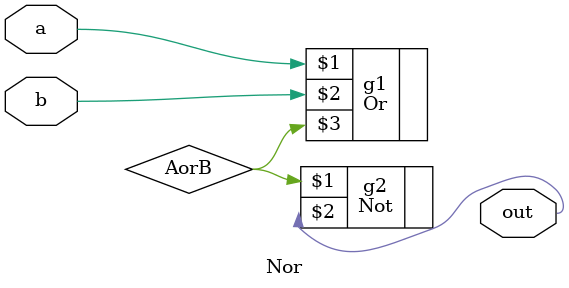
<source format=v>
module Nor(input a, b, output out);
  // your code here
  Or g1(a, b, AorB);
  Not g2(AorB, out);

endmodule


</source>
